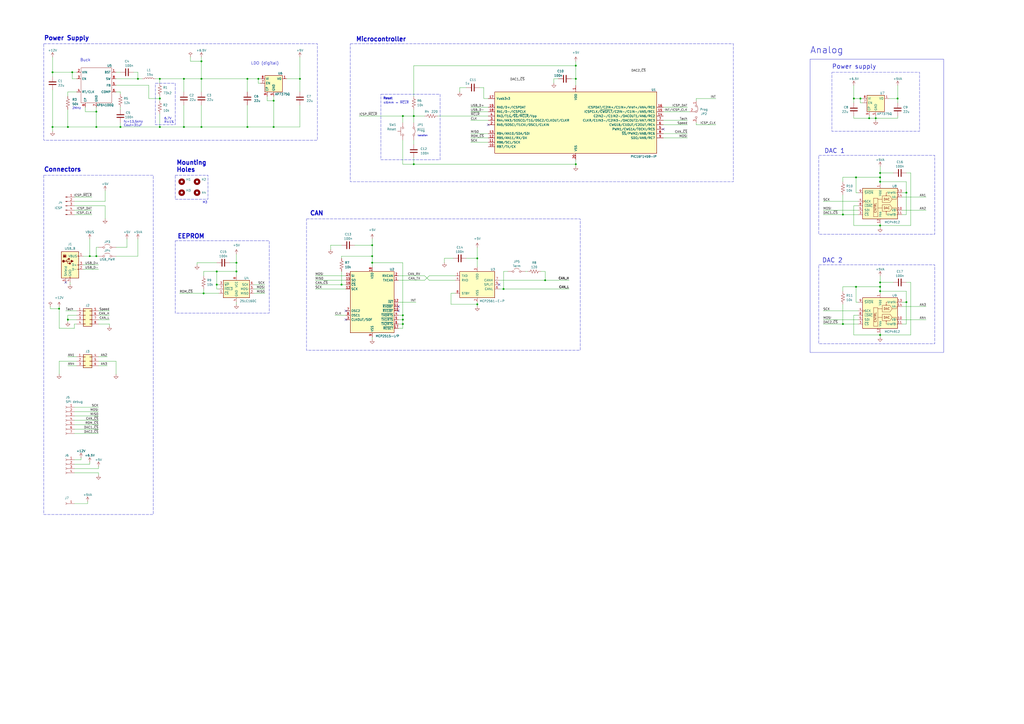
<source format=kicad_sch>
(kicad_sch (version 20250114) (generator "eeschema") (generator_version "9.0")
  (paper "A2")
  (title_block (title "CAN Gauge Interface") (date "2025-09-19") (rev "0.1") (company "Sam Anthony"))
  (rectangle (start 482.6 41.91) (end 533.4 76.2) (stroke (width 0) (type dash)))
  (rectangle (start 25.4 25.4) (end 184.15 81.28) (stroke (width 0) (type dash)))
  (rectangle (start 101.6 139.7) (end 156.21 181.61) (stroke (width 0) (type dash)))
  (rectangle (start 101.6 101.5999) (end 120.65 115.5699) (stroke (width 0) (type dash)))
  (rectangle (start 90.17 48.26) (end 101.6 72.39) (stroke (width 0) (type dash)))
  (rectangle (start 220.98 54.61) (end 255.27 92.71) (stroke (width 0) (type dash)))
  (rectangle (start 474.98 153.67) (end 542.29 199.39) (stroke (width 0) (type dash)))
  (rectangle (start 177.8 127) (end 336.55 203.2) (stroke (width 0) (type dash)))
  (rectangle (start 25.4 101.6) (end 88.9 298.45) (stroke (width 0) (type dash)))
  (rectangle (start 474.98 90.17) (end 542.29 135.89) (stroke (width 0) (type dash)))
  (rectangle (start 203.2 25.4) (end 425.45 105.41) (stroke (width 0) (type dash)))
  (rectangle (start 469.9 34.29) (end 547.37 204.47))
  (text "Connectors" (at 25.4 98.425 0) (effects (font (size 2.54 2.54) (thickness 0.508) (bold yes)) (justify left)))
  (text "Power Supply" (at 25.4 22.225 0) (effects (font (size 2.54 2.54) (thickness 0.508) (bold yes)) (justify left)))
  (text "LDO (digital)" (at 153.67 36.83 0) (effects (font (size 1.651 1.651))))
  (text "CAN" (at 179.705 123.825 0) (effects (font (size 2.54 2.54) (thickness 0.508) (bold yes)) (justify left)))
  (text "2MHz\n" (at 44.45 62.865 0) (effects (font (size 1.27 1.27))))
  (text "6.7V\nR±1%" (at 95.25 69.85 0) (effects (font (size 1.27 1.27)) (justify left)))
  (text "Reset" (at 222.25 57.15 0) (effects (font (size 1.27 1.27) (thickness 0.254) (bold yes)) (justify left)))
  (text "fc=13.5kHz\nCout=31uF" (at 71.755 71.755 0) (effects (font (size 1.27 1.27)) (justify left)))
  (text "Mounting\nHoles" (at 102.235 96.5199 0) (effects (font (size 2.54 2.54) (thickness 0.508) (bold yes)) (justify left)))
  (text "Power supply" (at 482.6 38.735 0) (effects (font (size 2.54 2.54) (thickness 0.254) (bold yes)) (justify left)))
  (text "M3\n" (at 117.475 117.4749 0) (effects (font (size 1.27 1.27)) (justify left)))
  (text "EEPROM" (at 102.87 137.16 0) (effects (font (size 2.54 2.54) (thickness 0.508) (bold yes)) (justify left)))
  (text "≤6mm ↔ ~{MCLR}" (at 222.25 59.69 0) (effects (font (size 1.27 1.27)) (justify left)))
  (text "DAC 1" (at 478.155 87.63 0) (effects (font (size 2.54 2.54) (thickness 0.254) (bold yes)) (justify left)))
  (text "Buck" (at 49.53 34.925 0) (effects (font (size 1.651 1.651))))
  (text "Microcontroller" (at 206.375 22.86 0) (effects (font (size 2.54 2.54) (thickness 0.508) (bold yes)) (justify left)))
  (text "Analog" (at 469.9 29.21 0) (effects (font (size 3.81 3.81) (thickness 0.254) (bold yes)) (justify left)))
  (text "Isolation" (at 245.11 78.74 0) (effects (font (size 0.889 0.889))))
  (text "DAC 2" (at 476.885 151.13 0) (effects (font (size 2.54 2.54) (thickness 0.254) (bold yes)) (justify left)))
  (junction (at 39.37 185.42))
  (junction (at 158.75 58.42))
  (junction (at 510.54 166.37))
  (junction (at 504.19 68.58))
  (junction (at 106.68 45.72))
  (junction (at 510.54 168.91))
  (junction (at 137.16 157.48))
  (junction (at 510.54 100.33))
  (junction (at 55.88 73.66))
  (junction (at 116.84 73.66))
  (junction (at 39.37 73.66))
  (junction (at 106.68 73.66))
  (junction (at 233.68 185.42))
  (junction (at 173.99 45.72))
  (junction (at 496.57 166.37))
  (junction (at 137.16 152.4))
  (junction (at 525.78 111.76))
  (junction (at 143.51 73.66))
  (junction (at 488.95 187.96))
  (junction (at 92.71 73.66))
  (junction (at 334.01 38.1))
  (junction (at 34.29 179.07))
  (junction (at 508 68.58))
  (junction (at 233.68 182.88))
  (junction (at 334.01 45.72))
  (junction (at 495.3 57.15))
  (junction (at 55.88 148.59))
  (junction (at 488.95 124.46))
  (junction (at 510.54 130.81))
  (junction (at 334.01 95.25))
  (junction (at 149.86 45.72))
  (junction (at 30.48 41.91))
  (junction (at 158.75 73.66))
  (junction (at 215.9 142.24))
  (junction (at 80.01 45.72))
  (junction (at 240.03 67.31))
  (junction (at 510.54 102.87))
  (junction (at 510.54 194.31))
  (junction (at 92.71 57.15))
  (junction (at 55.88 64.77))
  (junction (at 525.78 175.26))
  (junction (at 30.48 73.66))
  (junction (at 92.71 45.72))
  (junction (at 276.86 176.53))
  (junction (at 116.84 35.56))
  (junction (at 215.9 152.4))
  (junction (at 520.7 57.15))
  (junction (at 276.86 149.86))
  (junction (at 316.23 162.56))
  (junction (at 125.73 165.1))
  (junction (at 41.91 41.91))
  (junction (at 510.54 163.83))
  (junction (at 499.11 57.15))
  (junction (at 118.11 170.18))
  (junction (at 52.07 148.59))
  (junction (at 215.9 148.59))
  (junction (at 496.57 102.87))
  (junction (at 198.12 165.1))
  (junction (at 125.73 157.48))
  (junction (at 510.54 105.41))
  (junction (at 69.85 73.66))
  (junction (at 240.03 95.25))
  (junction (at 233.68 67.31))
  (junction (at 233.68 187.96))
  (junction (at 143.51 45.72))
  (junction (at 116.84 45.72))
  (junction (at 292.1 167.64))
  (no_connect (at 38.1 163.83))
  (no_connect (at 231.14 177.8))
  (no_connect (at 283.21 72.39))
  (no_connect (at 200.66 185.42))
  (no_connect (at 289.56 165.1))
  (no_connect (at 200.66 180.34))
  (no_connect (at 384.81 74.93))
  (no_connect (at 231.14 180.34))
  (wire (pts (xy 231.14 162.56) (xy 246.38 162.56)))
  (wire (pts (xy 240.03 95.25) (xy 240.03 91.44)))
  (wire (pts (xy 384.81 69.85) (xy 398.78 69.85)))
  (wire (pts (xy 499.11 57.15) (xy 495.3 57.15)))
  (wire (pts (xy 116.84 33.02) (xy 116.84 35.56)))
  (wire (pts (xy 215.9 142.24) (xy 215.9 148.59)))
  (wire (pts (xy 106.68 45.72) (xy 116.84 45.72)))
  (wire (pts (xy 158.75 58.42) (xy 158.75 73.66)))
  (wire (pts (xy 495.3 182.88) (xy 497.84 182.88)))
  (wire (pts (xy 292.1 157.48) (xy 294.64 157.48)))
  (wire (pts (xy 44.45 209.55) (xy 34.29 209.55)))
  (wire (pts (xy 233.68 187.96) (xy 233.68 185.42)))
  (wire (pts (xy 495.3 119.38) (xy 497.84 119.38)))
  (wire (pts (xy 240.03 38.1) (xy 334.01 38.1)))
  (wire (pts (xy 231.14 187.96) (xy 233.68 187.96)))
  (wire (pts (xy 44.45 41.91) (xy 41.91 41.91)))
  (wire (pts (xy 508 67.31) (xy 508 68.58)))
  (wire (pts (xy 289.56 167.64) (xy 292.1 167.64)))
  (wire (pts (xy 510.54 168.91) (xy 510.54 170.18)))
  (wire (pts (xy 215.9 195.58) (xy 215.9 196.85)))
  (wire (pts (xy 60.96 116.84) (xy 60.96 110.49)))
  (wire (pts (xy 67.31 53.34) (xy 69.85 53.34)))
  (wire (pts (xy 499.11 59.69) (xy 499.11 57.15)))
  (wire (pts (xy 80.01 45.72) (xy 82.55 45.72)))
  (wire (pts (xy 48.26 153.67) (xy 57.15 153.67)))
  (wire (pts (xy 127 165.1) (xy 125.73 165.1)))
  (wire (pts (xy 262.89 149.86) (xy 257.81 149.86)))
  (wire (pts (xy 496.57 175.26) (xy 496.57 166.37)))
  (wire (pts (xy 149.86 48.26) (xy 149.86 45.72)))
  (wire (pts (xy 488.95 187.96) (xy 497.84 187.96)))
  (wire (pts (xy 118.11 157.48) (xy 125.73 157.48)))
  (wire (pts (xy 92.71 73.66) (xy 106.68 73.66)))
  (wire (pts (xy 240.03 38.1) (xy 240.03 55.88)))
  (wire (pts (xy 523.24 124.46) (xy 525.78 124.46)))
  (wire (pts (xy 44.45 53.34) (xy 39.37 53.34)))
  (wire (pts (xy 477.52 180.34) (xy 497.84 180.34)))
  (wire (pts (xy 510.54 193.04) (xy 510.54 194.31)))
  (wire (pts (xy 233.68 185.42) (xy 233.68 182.88)))
  (wire (pts (xy 510.54 194.31) (xy 510.54 195.58)))
  (wire (pts (xy 525.78 168.91) (xy 510.54 168.91)))
  (wire (pts (xy 384.81 64.77) (xy 400.05 64.77)))
  (wire (pts (xy 69.85 53.34) (xy 69.85 54.61)))
  (wire (pts (xy 499.11 57.15) (xy 500.38 57.15)))
  (wire (pts (xy 34.29 190.5) (xy 34.29 179.07)))
  (wire (pts (xy 149.86 45.72) (xy 151.13 45.72)))
  (wire (pts (xy 198.12 165.1) (xy 198.12 157.48)))
  (wire (pts (xy 57.15 209.55) (xy 67.31 209.55)))
  (wire (pts (xy 52.07 269.24) (xy 52.07 267.97)))
  (wire (pts (xy 39.37 185.42) (xy 39.37 186.69)))
  (wire (pts (xy 116.84 45.72) (xy 143.51 45.72)))
  (wire (pts (xy 43.18 243.84) (xy 57.15 243.84)))
  (wire (pts (xy 57.15 182.88) (xy 63.5 182.88)))
  (wire (pts (xy 273.05 82.55) (xy 283.21 82.55)))
  (wire (pts (xy 495.3 130.81) (xy 510.54 130.81)))
  (wire (pts (xy 523.24 177.8) (xy 537.21 177.8)))
  (wire (pts (xy 151.13 48.26) (xy 149.86 48.26)))
  (wire (pts (xy 528.32 130.81) (xy 510.54 130.81)))
  (wire (pts (xy 182.88 165.1) (xy 198.12 165.1)))
  (wire (pts (xy 43.18 246.38) (xy 57.15 246.38)))
  (wire (pts (xy 403.86 71.12) (xy 403.86 72.39)))
  (wire (pts (xy 154.94 55.88) (xy 154.94 58.42)))
  (wire (pts (xy 497.84 111.76) (xy 496.57 111.76)))
  (wire (pts (xy 158.75 73.66) (xy 143.51 73.66)))
  (wire (pts (xy 523.24 114.3) (xy 537.21 114.3)))
  (wire (pts (xy 55.88 148.59) (xy 57.15 148.59)))
  (wire (pts (xy 30.48 41.91) (xy 30.48 44.45)))
  (wire (pts (xy 273.05 69.85) (xy 283.21 69.85)))
  (wire (pts (xy 182.88 160.02) (xy 200.66 160.02)))
  (wire (pts (xy 525.78 105.41) (xy 525.78 111.76)))
  (wire (pts (xy 384.81 62.23) (xy 398.78 62.23)))
  (wire (pts (xy 496.57 102.87) (xy 510.54 102.87)))
  (wire (pts (xy 496.57 111.76) (xy 496.57 102.87)))
  (wire (pts (xy 49.53 62.23) (xy 49.53 64.77)))
  (wire (pts (xy 525.78 168.91) (xy 525.78 175.26)))
  (wire (pts (xy 194.31 182.88) (xy 200.66 182.88)))
  (wire (pts (xy 46.99 266.7) (xy 46.99 265.43)))
  (wire (pts (xy 477.52 185.42) (xy 497.84 185.42)))
  (wire (pts (xy 39.37 53.34) (xy 39.37 55.88)))
  (wire (pts (xy 92.71 66.04) (xy 92.71 73.66)))
  (wire (pts (xy 118.11 160.02) (xy 118.11 157.48)))
  (wire (pts (xy 334.01 45.72) (xy 331.47 45.72)))
  (wire (pts (xy 57.15 185.42) (xy 63.5 185.42)))
  (wire (pts (xy 334.01 49.53) (xy 334.01 45.72)))
  (wire (pts (xy 215.9 148.59) (xy 215.9 152.4)))
  (wire (pts (xy 143.51 45.72) (xy 143.51 53.34)))
  (wire (pts (xy 208.28 67.31) (xy 233.68 67.31)))
  (wire (pts (xy 403.86 58.42) (xy 403.86 57.15)))
  (wire (pts (xy 510.54 163.83) (xy 510.54 166.37)))
  (wire (pts (xy 495.3 130.81) (xy 495.3 119.38)))
  (wire (pts (xy 523.24 185.42) (xy 537.21 185.42)))
  (wire (pts (xy 39.37 63.5) (xy 39.37 73.66)))
  (wire (pts (xy 50.8 292.1) (xy 50.8 290.83)))
  (wire (pts (xy 43.18 114.3) (xy 53.34 114.3)))
  (wire (pts (xy 191.77 142.24) (xy 191.77 144.78)))
  (wire (pts (xy 92.71 45.72) (xy 92.71 48.26)))
  (wire (pts (xy 57.15 187.96) (xy 63.5 187.96)))
  (wire (pts (xy 39.37 185.42) (xy 44.45 185.42)))
  (wire (pts (xy 510.54 160.02) (xy 510.54 163.83)))
  (wire (pts (xy 528.32 163.83) (xy 528.32 194.31)))
  (wire (pts (xy 60.96 119.38) (xy 60.96 127)))
  (wire (pts (xy 283.21 57.15) (xy 280.67 57.15)))
  (wire (pts (xy 528.32 100.33) (xy 528.32 130.81)))
  (wire (pts (xy 173.99 45.72) (xy 173.99 53.34)))
  (wire (pts (xy 125.73 167.64) (xy 125.73 165.1)))
  (wire (pts (xy 525.78 105.41) (xy 510.54 105.41)))
  (wire (pts (xy 44.45 182.88) (xy 39.37 182.88)))
  (wire (pts (xy 495.3 67.31) (xy 495.3 68.58)))
  (wire (pts (xy 57.15 274.32) (xy 57.15 275.59)))
  (wire (pts (xy 125.73 157.48) (xy 137.16 157.48)))
  (wire (pts (xy 55.88 143.51) (xy 57.15 143.51)))
  (wire (pts (xy 118.11 170.18) (xy 118.11 167.64)))
  (wire (pts (xy 67.31 209.55) (xy 67.31 217.17)))
  (wire (pts (xy 137.16 152.4) (xy 137.16 157.48)))
  (wire (pts (xy 147.32 170.18) (xy 153.67 170.18)))
  (wire (pts (xy 106.68 73.66) (xy 116.84 73.66)))
  (wire (pts (xy 280.67 50.8) (xy 278.13 50.8)))
  (wire (pts (xy 520.7 68.58) (xy 520.7 67.31)))
  (wire (pts (xy 116.84 60.96) (xy 116.84 73.66)))
  (wire (pts (xy 55.88 62.23) (xy 55.88 64.77)))
  (wire (pts (xy 270.51 149.86) (xy 276.86 149.86)))
  (wire (pts (xy 384.81 80.01) (xy 398.78 80.01)))
  (wire (pts (xy 41.91 45.72) (xy 41.91 41.91)))
  (wire (pts (xy 198.12 149.86) (xy 198.12 148.59)))
  (wire (pts (xy 280.67 57.15) (xy 280.67 50.8)))
  (wire (pts (xy 403.86 57.15) (xy 415.29 57.15)))
  (wire (pts (xy 266.7 50.8) (xy 266.7 53.34)))
  (wire (pts (xy 57.15 212.09) (xy 62.23 212.09)))
  (wire (pts (xy 30.48 73.66) (xy 30.48 76.2)))
  (wire (pts (xy 488.95 102.87) (xy 496.57 102.87)))
  (wire (pts (xy 520.7 57.15) (xy 515.62 57.15)))
  (wire (pts (xy 154.94 58.42) (xy 158.75 58.42)))
  (wire (pts (xy 44.45 187.96) (xy 43.18 187.96)))
  (wire (pts (xy 257.81 149.86) (xy 257.81 152.4)))
  (wire (pts (xy 316.23 157.48) (xy 316.23 162.56)))
  (wire (pts (xy 39.37 207.01) (xy 44.45 207.01)))
  (wire (pts (xy 43.18 271.78) (xy 57.15 271.78)))
  (wire (pts (xy 495.3 57.15) (xy 495.3 49.53)))
  (wire (pts (xy 384.81 72.39) (xy 398.78 72.39)))
  (wire (pts (xy 63.5 187.96) (xy 63.5 189.23)))
  (wire (pts (xy 233.68 67.31) (xy 233.68 71.12)))
  (wire (pts (xy 92.71 57.15) (xy 86.36 57.15)))
  (wire (pts (xy 233.68 152.4) (xy 233.68 182.88)))
  (wire (pts (xy 92.71 45.72) (xy 106.68 45.72)))
  (wire (pts (xy 43.18 251.46) (xy 57.15 251.46)))
  (wire (pts (xy 240.03 81.28) (xy 240.03 83.82)))
  (wire (pts (xy 504.19 68.58) (xy 508 68.58)))
  (wire (pts (xy 233.68 152.4) (xy 215.9 152.4)))
  (wire (pts (xy 86.36 49.53) (xy 67.31 49.53)))
  (wire (pts (xy 510.54 105.41) (xy 510.54 106.68)))
  (wire (pts (xy 273.05 77.47) (xy 283.21 77.47)))
  (wire (pts (xy 158.75 55.88) (xy 158.75 58.42)))
  (wire (pts (xy 200.66 165.1) (xy 198.12 165.1)))
  (wire (pts (xy 30.48 33.02) (xy 30.48 41.91)))
  (wire (pts (xy 316.23 162.56) (xy 330.2 162.56)))
  (wire (pts (xy 233.68 67.31) (xy 240.03 67.31)))
  (wire (pts (xy 528.32 194.31) (xy 510.54 194.31)))
  (wire (pts (xy 198.12 148.59) (xy 215.9 148.59)))
  (wire (pts (xy 29.21 177.8) (xy 29.21 179.07)))
  (wire (pts (xy 92.71 57.15) (xy 92.71 58.42)))
  (wire (pts (xy 173.99 73.66) (xy 158.75 73.66)))
  (wire (pts (xy 525.78 175.26) (xy 525.78 187.96)))
  (wire (pts (xy 510.54 96.52) (xy 510.54 100.33)))
  (wire (pts (xy 231.14 190.5) (xy 233.68 190.5)))
  (wire (pts (xy 29.21 179.07) (xy 34.29 179.07)))
  (wire (pts (xy 304.8 157.48) (xy 306.07 157.48)))
  (wire (pts (xy 104.14 170.18) (xy 118.11 170.18)))
  (wire (pts (xy 495.3 194.31) (xy 510.54 194.31)))
  (wire (pts (xy 270.51 50.8) (xy 266.7 50.8)))
  (wire (pts (xy 334.01 95.25) (xy 334.01 96.52)))
  (wire (pts (xy 55.88 73.66) (xy 39.37 73.66)))
  (wire (pts (xy 510.54 100.33) (xy 518.16 100.33)))
  (wire (pts (xy 43.18 241.3) (xy 57.15 241.3)))
  (wire (pts (xy 43.18 238.76) (xy 57.15 238.76)))
  (wire (pts (xy 510.54 166.37) (xy 510.54 168.91)))
  (wire (pts (xy 488.95 168.91) (xy 488.95 166.37)))
  (wire (pts (xy 500.38 59.69) (xy 499.11 59.69)))
  (wire (pts (xy 43.18 187.96) (xy 43.18 190.5)))
  (wire (pts (xy 55.88 148.59) (xy 55.88 143.51)))
  (wire (pts (xy 116.84 35.56) (xy 116.84 45.72)))
  (wire (pts (xy 57.15 180.34) (xy 63.5 180.34)))
  (wire (pts (xy 67.31 148.59) (xy 80.01 148.59)))
  (wire (pts (xy 254 67.31) (xy 283.21 67.31)))
  (wire (pts (xy 43.18 190.5) (xy 34.29 190.5)))
  (wire (pts (xy 106.68 45.72) (xy 106.68 53.34)))
  (wire (pts (xy 523.24 175.26) (xy 525.78 175.26)))
  (wire (pts (xy 48.26 148.59) (xy 52.07 148.59)))
  (wire (pts (xy 233.68 81.28) (xy 233.68 95.25)))
  (wire (pts (xy 92.71 73.66) (xy 69.85 73.66)))
  (wire (pts (xy 52.07 148.59) (xy 55.88 148.59)))
  (wire (pts (xy 488.95 166.37) (xy 496.57 166.37)))
  (wire (pts (xy 273.05 64.77) (xy 283.21 64.77)))
  (wire (pts (xy 488.95 124.46) (xy 497.84 124.46)))
  (wire (pts (xy 520.7 49.53) (xy 520.7 57.15)))
  (wire (pts (xy 69.85 62.23) (xy 69.85 63.5)))
  (wire (pts (xy 147.32 167.64) (xy 153.67 167.64)))
  (wire (pts (xy 510.54 102.87) (xy 510.54 105.41)))
  (wire (pts (xy 57.15 207.01) (xy 62.23 207.01)))
  (wire (pts (xy 384.81 77.47) (xy 398.78 77.47)))
  (wire (pts (xy 173.99 33.02) (xy 173.99 45.72)))
  (wire (pts (xy 44.45 45.72) (xy 41.91 45.72)))
  (wire (pts (xy 496.57 166.37) (xy 510.54 166.37)))
  (wire (pts (xy 276.86 176.53) (xy 276.86 177.8)))
  (wire (pts (xy 77.47 41.91) (xy 80.01 41.91)))
  (wire (pts (xy 248.92 160.02) (xy 246.38 162.56)))
  (wire (pts (xy 43.18 269.24) (xy 52.07 269.24)))
  (wire (pts (xy 57.15 271.78) (xy 57.15 270.51)))
  (wire (pts (xy 90.17 45.72) (xy 92.71 45.72)))
  (wire (pts (xy 39.37 182.88) (xy 39.37 185.42)))
  (wire (pts (xy 495.3 68.58) (xy 504.19 68.58)))
  (wire (pts (xy 488.95 113.03) (xy 488.95 124.46)))
  (wire (pts (xy 321.31 45.72) (xy 323.85 45.72)))
  (wire (pts (xy 137.16 175.26) (xy 137.16 176.53)))
  (wire (pts (xy 34.29 209.55) (xy 34.29 217.17)))
  (wire (pts (xy 38.1 180.34) (xy 44.45 180.34)))
  (wire (pts (xy 231.14 182.88) (xy 233.68 182.88)))
  (wire (pts (xy 495.3 57.15) (xy 495.3 59.69)))
  (wire (pts (xy 137.16 157.48) (xy 137.16 160.02)))
  (wire (pts (xy 125.73 157.48) (xy 125.73 165.1)))
  (wire (pts (xy 510.54 130.81) (xy 510.54 132.08)))
  (wire (pts (xy 43.18 274.32) (xy 57.15 274.32)))
  (wire (pts (xy 313.69 157.48) (xy 316.23 157.48)))
  (wire (pts (xy 92.71 55.88) (xy 92.71 57.15)))
  (wire (pts (xy 334.01 92.71) (xy 334.01 95.25)))
  (wire (pts (xy 116.84 45.72) (xy 116.84 53.34)))
  (wire (pts (xy 477.52 187.96) (xy 488.95 187.96)))
  (wire (pts (xy 276.86 175.26) (xy 276.86 176.53)))
  (wire (pts (xy 67.31 45.72) (xy 80.01 45.72)))
  (wire (pts (xy 43.18 248.92) (xy 57.15 248.92)))
  (wire (pts (xy 173.99 60.96) (xy 173.99 73.66)))
  (wire (pts (xy 495.3 194.31) (xy 495.3 182.88)))
  (wire (pts (xy 403.86 72.39) (xy 415.29 72.39)))
  (wire (pts (xy 292.1 167.64) (xy 292.1 157.48)))
  (wire (pts (xy 80.01 41.91) (xy 80.01 45.72)))
  (wire (pts (xy 182.88 167.64) (xy 200.66 167.64)))
  (wire (pts (xy 43.18 292.1) (xy 50.8 292.1)))
  (wire (pts (xy 143.51 73.66) (xy 116.84 73.66)))
  (wire (pts (xy 69.85 73.66) (xy 55.88 73.66)))
  (wire (pts (xy 133.35 152.4) (xy 137.16 152.4)))
  (wire (pts (xy 67.31 41.91) (xy 69.85 41.91)))
  (wire (pts (xy 137.16 147.32) (xy 137.16 152.4)))
  (wire (pts (xy 240.03 95.25) (xy 334.01 95.25)))
  (wire (pts (xy 69.85 71.12) (xy 69.85 73.66)))
  (wire (pts (xy 525.78 100.33) (xy 528.32 100.33)))
  (wire (pts (xy 198.12 142.24) (xy 191.77 142.24)))
  (wire (pts (xy 261.62 170.18) (xy 264.16 170.18)))
  (wire (pts (xy 49.53 64.77) (xy 55.88 64.77)))
  (wire (pts (xy 215.9 138.43) (xy 215.9 142.24)))
  (wire (pts (xy 510.54 100.33) (xy 510.54 102.87)))
  (wire (pts (xy 110.49 35.56) (xy 110.49 33.02)))
  (wire (pts (xy 43.18 116.84) (xy 60.96 116.84)))
  (wire (pts (xy 240.03 67.31) (xy 246.38 67.31)))
  (wire (pts (xy 523.24 111.76) (xy 525.78 111.76)))
  (wire (pts (xy 289.56 162.56) (xy 316.23 162.56)))
  (wire (pts (xy 48.26 156.21) (xy 57.15 156.21)))
  (wire (pts (xy 30.48 52.07) (xy 30.48 73.66)))
  (wire (pts (xy 73.66 143.51) (xy 73.66 138.43)))
  (wire (pts (xy 43.18 119.38) (xy 60.96 119.38)))
  (wire (pts (xy 52.07 138.43) (xy 52.07 148.59)))
  (wire (pts (xy 520.7 59.69) (xy 520.7 57.15)))
  (wire (pts (xy 240.03 67.31) (xy 240.03 71.12)))
  (wire (pts (xy 215.9 152.4) (xy 215.9 154.94)))
  (wire (pts (xy 233.68 95.25) (xy 240.03 95.25)))
  (wire (pts (xy 147.32 165.1) (xy 153.67 165.1)))
  (wire (pts (xy 106.68 60.96) (xy 106.68 73.66)))
  (wire (pts (xy 261.62 176.53) (xy 261.62 170.18)))
  (wire (pts (xy 34.29 179.07) (xy 34.29 177.8)))
  (wire (pts (xy 41.91 41.91) (xy 30.48 41.91)))
  (wire (pts (xy 43.18 124.46) (xy 53.34 124.46)))
  (wire (pts (xy 40.64 163.83) (xy 40.64 165.1)))
  (wire (pts (xy 127 167.64) (xy 125.73 167.64)))
  (wire (pts (xy 523.24 121.92) (xy 537.21 121.92)))
  (wire (pts (xy 205.74 142.24) (xy 215.9 142.24)))
  (wire (pts (xy 508 68.58) (xy 520.7 68.58)))
  (wire (pts (xy 231.14 160.02) (xy 246.38 160.02)))
  (wire (pts (xy 488.95 105.41) (xy 488.95 102.87)))
  (wire (pts (xy 488.95 176.53) (xy 488.95 187.96)))
  (wire (pts (xy 143.51 60.96) (xy 143.51 73.66)))
  (wire (pts (xy 276.86 176.53) (xy 261.62 176.53)))
  (wire (pts (xy 321.31 48.26) (xy 321.31 45.72)))
  (wire (pts (xy 523.24 187.96) (xy 525.78 187.96)))
  (wire (pts (xy 67.31 143.51) (xy 73.66 143.51)))
  (wire (pts (xy 43.18 236.22) (xy 57.15 236.22)))
  (wire (pts (xy 477.52 124.46) (xy 488.95 124.46)))
  (wire (pts (xy 149.86 45.72) (xy 143.51 45.72)))
  (wire (pts (xy 114.3 152.4) (xy 114.3 153.67)))
  (wire (pts (xy 504.19 67.31) (xy 504.19 68.58)))
  (wire (pts (xy 86.36 57.15) (xy 86.36 49.53)))
  (wire (pts (xy 114.3 152.4) (xy 125.73 152.4)))
  (wire (pts (xy 497.84 175.26) (xy 496.57 175.26)))
  (wire (pts (xy 273.05 80.01) (xy 283.21 80.01)))
  (wire (pts (xy 508 68.58) (xy 508 69.85)))
  (wire (pts (xy 334.01 38.1) (xy 334.01 45.72)))
  (wire (pts (xy 116.84 35.56) (xy 110.49 35.56)))
  (wire (pts (xy 276.86 143.51) (xy 276.86 149.86)))
  (wire (pts (xy 127 170.18) (xy 118.11 170.18)))
  (wire (pts (xy 233.68 190.5) (xy 233.68 187.96)))
  (wire (pts (xy 39.37 73.66) (xy 30.48 73.66)))
  (wire (pts (xy 525.78 163.83) (xy 528.32 163.83)))
  (wire (pts (xy 510.54 163.83) (xy 518.16 163.83)))
  (wire (pts (xy 477.52 121.92) (xy 497.84 121.92)))
  (wire (pts (xy 334.01 35.56) (xy 334.01 38.1)))
  (wire (pts (xy 292.1 167.64) (xy 330.2 167.64)))
  (wire (pts (xy 231.14 175.26) (xy 241.3 175.26)))
  (wire (pts (xy 39.37 212.09) (xy 44.45 212.09)))
  (wire (pts (xy 166.37 45.72) (xy 173.99 45.72)))
  (wire (pts (xy 231.14 185.42) (xy 233.68 185.42)))
  (wire (pts (xy 510.54 129.54) (xy 510.54 130.81)))
  (wire (pts (xy 273.05 62.23) (xy 283.21 62.23)))
  (wire (pts (xy 248.92 162.56) (xy 264.16 162.56)))
  (wire (pts (xy 477.52 116.84) (xy 497.84 116.84)))
  (wire (pts (xy 55.88 64.77) (xy 55.88 73.66)))
  (wire (pts (xy 182.88 162.56) (xy 200.66 162.56)))
  (wire (pts (xy 248.92 160.02) (xy 264.16 160.02)))
  (wire (pts (xy 246.38 160.02) (xy 248.92 162.56)))
  (wire (pts (xy 43.18 266.7) (xy 46.99 266.7)))
  (wire (pts (xy 525.78 111.76) (xy 525.78 124.46)))
  (wire (pts (xy 240.03 63.5) (xy 240.03 67.31)))
  (wire (pts (xy 43.18 121.92) (xy 53.34 121.92)))
  (wire (pts (xy 80.01 148.59) (xy 80.01 138.43)))
  (wire (pts (xy 276.86 149.86) (xy 276.86 154.94)))
  (label "DAC1_~{CS}" (at 477.52 124.46 0))
  (label "MISO" (at 57.15 241.3 180))
  (label "CAN_H" (at 330.2 162.56 180) (effects (font (thickness 0.254) (bold yes))))
  (label "SCK" (at 153.67 165.1 180) (effects (font (thickness 0.1588))))
  (label "Speed" (at 63.5 180.34 180) (effects (font (thickness 0.1588))))
  (label "CLK" (at 273.05 69.85 0))
  (label "MOSI" (at 398.78 80.01 180) (effects (font (thickness 0.1588))))
  (label "ICSP_DAT" (at 398.78 62.23 180))
  (label "CAN_L" (at 63.5 185.42 180))
  (label "ROM_~{CS}" (at 104.14 170.18 0) (effects (font (thickness 0.1588))))
  (label "MOSI" (at 182.88 160.02 0) (effects (font (thickness 0.1588))))
  (label "DAC1_~{CS}" (at 295.91 46.99 0))
  (label "AN3" (at 62.23 212.09 180) (effects (font (thickness 0.1588))))
  (label "Speed" (at 398.78 72.39 180))
  (label "AN1" (at 537.21 114.3 180))
  (label "CAN_~{CS}" (at 398.78 77.47 180))
  (label "CAN_~{CS}" (at 57.15 243.84 180))
  (label "INT" (at 415.29 57.15 180))
  (label "CLK" (at 194.31 182.88 0))
  (label "MISO" (at 153.67 170.18 180) (effects (font (thickness 0.1588))))
  (label "INT" (at 241.3 175.26 180) (effects (font (thickness 0.1588))))
  (label "MOSI" (at 153.67 167.64 180) (effects (font (thickness 0.1588))))
  (label "ICSP_CLK" (at 53.34 124.46 180))
  (label "AN2" (at 62.23 207.01 180) (effects (font (thickness 0.1588))))
  (label "SCK" (at 273.05 82.55 0) (effects (font (thickness 0.1588))))
  (label "Tach" (at 38.1 180.34 0) (effects (font (thickness 0.1588))))
  (label "CAN_~{CS}" (at 182.88 165.1 0) (effects (font (thickness 0.1588))))
  (label "ICSP_CLK" (at 415.29 72.39 180))
  (label "USB_D+" (at 273.05 62.23 0))
  (label "SCK" (at 477.52 180.34 0) (effects (font (thickness 0.1588))))
  (label "ROM_~{CS}" (at 57.15 246.38 180))
  (label "AN1" (at 39.37 207.01 0) (effects (font (thickness 0.1588))))
  (label "DAC2_~{CS}" (at 374.65 41.91 180))
  (label "USB_D-" (at 273.05 64.77 0))
  (label "INT{slash}ICSP_CLK" (at 398.78 64.77 180))
  (label "SCK" (at 57.15 236.22 180))
  (label "AN4" (at 39.37 212.09 0) (effects (font (thickness 0.1588))))
  (label "MOSI" (at 477.52 121.92 0))
  (label "AN4" (at 537.21 185.42 180))
  (label "MISO" (at 182.88 162.56 0) (effects (font (thickness 0.1588))))
  (label "DAC1_~{CS}" (at 57.15 248.92 180))
  (label "MOSI" (at 57.15 238.76 180))
  (label "~{MCLR}" (at 273.05 67.31 0))
  (label "AN3" (at 537.21 177.8 180))
  (label "DAC2_~{CS}" (at 57.15 251.46 180))
  (label "USB_D-" (at 57.15 156.21 180))
  (label "AN2" (at 537.21 121.92 180))
  (label "USB_D+" (at 57.15 153.67 180))
  (label "SCK" (at 182.88 167.64 0) (effects (font (thickness 0.1588))))
  (label "Tach" (at 398.78 69.85 180))
  (label "ROM_~{CS}" (at 273.05 80.01 0))
  (label "ICSP_DAT" (at 53.34 121.92 180))
  (label "CAN_RX" (at 243.84 160.02 180))
  (label "ICSP_~{MCLR}" (at 53.34 114.3 180))
  (label "MISO" (at 273.05 77.47 0) (effects (font (thickness 0.1588))))
  (label "ICSP_~{MCLR}" (at 208.28 67.31 0))
  (label "MOSI" (at 477.52 185.42 0))
  (label "CAN_L" (at 330.2 167.64 180) (effects (font (thickness 0.254) (bold yes))))
  (label "SCK" (at 477.52 116.84 0) (effects (font (thickness 0.1588))))
  (label "DAC2_~{CS}" (at 477.52 187.96 0))
  (label "CAN_TX" (at 243.84 162.56 180))
  (label "CAN_H" (at 63.5 182.88 180) (effects (font (thickness 0.1588))))
  (symbol (lib_id "power:GND") (at 215.9 196.85 0) (unit 1)
    (property "Reference" "#PWR028" (effects (hide yes)))
    (property "Value" "GND" (effects (hide yes)))
    (property "Description" "Power symbol creates a global label with name \"GND\" , ground" (effects (hide yes)))
  )
  (symbol (lib_id "Connector:USB_B") (at 40.64 153.67 0) (unit 1)
    (property "Reference" "J1" (at 40.64 141.605 0))
    (property "Value" "USB_B" (at 40.64 144.145 0))
    (property "Footprint" "Connector_USB:USB_B_OST_USB-B1HSxx_Horizontal" (effects (hide yes)))
    (property "Description" "USB Type B connector" (effects (hide yes)))
  )
  (symbol (lib_id "power:GND") (at 57.15 275.59 0) (unit 1)
    (property "Reference" "#PWR039" (effects (hide yes)))
    (property "Value" "GND" (effects (hide yes)))
    (property "Description" "Power symbol creates a global label with name \"GND\" , ground" (effects (hide yes)))
  )
  (symbol (lib_id "Device:C") (at 173.99 57.15 0) (unit 1)
    (property "Reference" "C7" (at 177.8 55.8799 0) (effects (justify left)))
    (property "Value" "22u" (at 177.8 58.4199 0) (effects (justify left)))
    (property "Footprint" "Capacitor_SMD:C_1206_3216Metric_Pad1.33x1.80mm_HandSolder" (effects (hide yes)))
    (property "Description" "Unpolarized capacitor" (effects (hide yes)))
  )
  (symbol (lib_id "power:+12V") (at 34.29 177.8 0) (unit 1)
    (property "Reference" "#PWR029" (effects (hide yes)))
    (property "Value" "+12V" (at 34.29 172.72 0))
    (property "Description" "Power symbol creates a global label with name \"+12V\"" (effects (hide yes)))
  )
  (symbol (lib_id "power:GND") (at 63.5 189.23 0) (unit 1)
    (property "Reference" "#PWR033" (effects (hide yes)))
    (property "Value" "GND" (effects (hide yes)))
    (property "Description" "Power symbol creates a global label with name \"GND\" , ground" (effects (hide yes)))
  )
  (symbol (lib_id "Device:C") (at 129.54 152.4 90) (unit 1)
    (property "Reference" "C15" (at 129.54 146.05 90))
    (property "Value" "100n" (at 129.54 148.59 90))
    (property "Footprint" "Capacitor_THT:C_Disc_D5.0mm_W2.5mm_P2.50mm" (effects (hide yes)))
    (property "Description" "Unpolarized capacitor" (effects (hide yes)))
  )
  (symbol (lib_id "Jumper:Jumper_2_Bridged") (at 240.03 76.2 270) (mirror x) (unit 1)
    (property "Reference" "JP1" (at 241.935 72.39 90) (effects (justify left)))
    (property "Value" "~{Prog}" (at 241.935 75.565 90) (effects (justify left)))
    (property "Footprint" "Connector_PinSocket_2.54mm:PinSocket_1x02_P2.54mm_Vertical" (effects (hide yes)))
    (property "Description" "Jumper, 2-pole, closed/bridged" (effects (hide yes)))
  )
  (symbol (lib_id "Device:C") (at 266.7 149.86 90) (unit 1)
    (property "Reference" "C14" (at 266.7 143.51 90))
    (property "Value" "100n" (at 266.7 146.05 90))
    (property "Footprint" "Capacitor_THT:C_Disc_D5.0mm_W2.5mm_P2.50mm" (effects (hide yes)))
    (property "Description" "Unpolarized capacitor" (effects (hide yes)))
  )
  (symbol (lib_id "power:+5V") (at 173.99 33.02 0) (unit 1)
    (property "Reference" "#PWR06" (effects (hide yes)))
    (property "Value" "+5V" (at 173.99 29.21 0))
    (property "Description" "Power symbol creates a global label with name \"+5V\"" (effects (hide yes)))
  )
  (symbol (lib_id "Device:C") (at 106.68 57.15 180) (unit 1)
    (property "Reference" "C2" (at 111.125 55.245 0))
    (property "Value" "22u" (at 111.76 57.785 0))
    (property "Footprint" "Capacitor_SMD:C_1206_3216Metric_Pad1.33x1.80mm_HandSolder" (effects (hide yes)))
    (property "Description" "Unpolarized capacitor" (effects (hide yes)))
  )
  (symbol (lib_id "Device:C") (at 30.48 48.26 0) (unit 1)
    (property "Reference" "C1" (at 34.925 46.99 0))
    (property "Value" "22u" (at 35.56 49.53 0))
    (property "Footprint" "Capacitor_SMD:C_1206_3216Metric_Pad1.33x1.80mm_HandSolder" (effects (hide yes)))
    (property "Description" "Unpolarized capacitor" (effects (hide yes)))
  )
  (symbol (lib_id "Device:C") (at 495.3 63.5 0) (unit 1)
    (property "Reference" "C8" (at 492.125 62.23 0) (effects (justify right)))
    (property "Value" "22u" (at 492.125 64.77 0) (effects (justify right)))
    (property "Footprint" "Capacitor_SMD:C_1206_3216Metric_Pad1.33x1.80mm_HandSolder" (effects (hide yes)))
    (property "Description" "Unpolarized capacitor" (effects (hide yes)))
  )
  (symbol (lib_id "Memory_EEPROM:25LCxxx") (at 137.16 167.64 0) (unit 1)
    (property "Reference" "U4" (at 141.605 161.29 0) (effects (justify left)))
    (property "Value" "25LC160C" (at 139.065 174.625 0) (effects (justify left)))
    (property "Footprint" "Package_DIP:DIP-8_W7.62mm" (effects (hide yes)))
    (property "Datasheet" "http://ww1.microchip.com/downloads/en/DeviceDoc/21832H.pdf" (effects (hide yes)))
    (property "Description" "SPI Serial EEPROM, DIP-8/SOIC-8/TSSOP-8" (effects (hide yes)))
  )
  (symbol (lib_id "Jumper:Jumper_3_Bridged12") (at 403.86 64.77 270) (unit 1) (in_bom no)
    (property "Reference" "JP2" (at 408.305 66.04 90))
    (property "Value" "Prog" (at 408.305 63.5 90))
    (property "Footprint" "Connector_PinSocket_2.54mm:PinSocket_1x03_P2.54mm_Vertical" (effects (hide yes)))
    (property "Description" "Jumper, 3-pole, pins 1+2 closed/bridged" (effects (hide yes)))
  )
  (symbol (lib_id "power:GND") (at 510.54 132.08 0) (unit 1)
    (property "Reference" "#PWR017" (effects (hide yes)))
    (property "Value" "GND" (effects (hide yes)))
    (property "Description" "Power symbol creates a global label with name \"GND\" , ground" (effects (hide yes)))
  )
  (symbol (lib_id "power:PWR_FLAG") (at 110.49 33.02 0) (unit 1)
    (property "Reference" "#FLG02" (effects (hide yes)))
    (property "Value" "+6.5V" (effects (hide yes)))
    (property "Description" "Special symbol for telling ERC where power comes from" (effects (hide yes)))
  )
  (symbol (lib_id "power:GND") (at 510.54 195.58 0) (unit 1)
    (property "Reference" "#PWR019" (effects (hide yes)))
    (property "Value" "GND" (effects (hide yes)))
    (property "Description" "Power symbol creates a global label with name \"GND\" , ground" (effects (hide yes)))
  )
  (symbol (lib_id "power:GND") (at 334.01 96.52 0) (unit 1)
    (property "Reference" "#PWR01" (effects (hide yes)))
    (property "Value" "GND" (effects (hide yes)))
    (property "Description" "Power symbol creates a global label with name \"GND\" , ground" (effects (hide yes)))
  )
  (symbol (lib_id "Device:R_US") (at 198.12 153.67 0) (unit 1)
    (property "Reference" "R7" (at 200.025 152.4 0) (effects (justify left)))
    (property "Value" "10k" (at 200.025 154.94 0) (effects (justify left)))
    (property "Footprint" "Resistor_THT:R_Axial_DIN0411_L9.9mm_D3.6mm_P12.70mm_Horizontal" (effects (hide yes)))
    (property "Description" "Resistor, US symbol" (effects (hide yes)))
  )
  (symbol (lib_id "Device:R_US") (at 118.11 163.83 0) (unit 1)
    (property "Reference" "R9" (at 120.015 162.56 0) (effects (justify left)))
    (property "Value" "10k" (at 120.015 165.1 0) (effects (justify left)))
    (property "Footprint" "Resistor_THT:R_Axial_DIN0411_L9.9mm_D3.6mm_P12.70mm_Horizontal" (effects (hide yes)))
    (property "Description" "Resistor, US symbol" (effects (hide yes)))
  )
  (symbol (lib_id "Mechanical:MountingHole") (at 105.41 105.4099 0) (unit 1) (exclude_from_sim yes) (in_bom no)
    (property "Reference" "H1" (at 107.95 104.1398 0) (effects (justify left)))
    (property "Value" "MountingHole" (effects (hide yes)))
    (property "Footprint" "MountingHole:MountingHole_3.2mm_M3_DIN965" (effects (hide yes)))
    (property "Description" "Mounting Hole without connection" (effects (hide yes)))
  )
  (symbol (lib_id "power:GND") (at 67.31 217.17 0) (unit 1)
    (property "Reference" "#PWR035" (effects (hide yes)))
    (property "Value" "GND" (effects (hide yes)))
    (property "Description" "Power symbol creates a global label with name \"GND\" , ground" (effects (hide yes)))
  )
  (symbol (lib_id "Connector:Conn_01x07_Socket") (at 38.1 243.84 0) (mirror y) (unit 1)
    (property "Reference" "J5" (at 38.1 230.505 0) (effects (justify right)))
    (property "Value" "SPI debug" (at 38.1 233.045 0) (effects (justify right)))
    (property "Footprint" "Connector_PinSocket_2.54mm:PinSocket_1x07_P2.54mm_Vertical" (effects (hide yes)))
    (property "Description" "Generic connector, single row, 01x07, script generated" (effects (hide yes)))
  )
  (symbol (lib_id "Jumper:Jumper_2_Open") (at 62.23 143.51 0) (unit 1)
    (property "Reference" "JP3" (at 62.23 140.335 0))
    (property "Value" "USB_PWR" (effects (hide yes)))
    (property "Footprint" "Connector_PinSocket_2.54mm:PinSocket_1x02_P2.54mm_Vertical" (effects (hide yes)))
    (property "Description" "Jumper, 2-pole, open" (effects (hide yes)))
  )
  (symbol (lib_id "symbols:AP64100") (at 55.88 49.53 0) (unit 1)
    (property "Reference" "U5" (at 63.5 38.1 0))
    (property "Value" "AP64100Q" (at 60.96 60.96 0))
    (property "Footprint" "Package_SO:Diodes_SO-8EP" (effects (hide yes)))
    (property "Datasheet" "https://www.diodes.com/assets/Datasheets/AP64100.pdf" (effects (hide yes)))
    (property "Description" "3.8V to40V input, 1A low IQ synchronous buck with adjustable frequency" (effects (hide yes)))
  )
  (symbol (lib_id "Device:C") (at 143.51 57.15 0) (unit 1)
    (property "Reference" "C6" (at 147.32 55.8799 0) (effects (justify left)))
    (property "Value" "22u" (at 147.32 58.4199 0) (effects (justify left)))
    (property "Footprint" "Capacitor_SMD:C_1206_3216Metric_Pad1.33x1.80mm_HandSolder" (effects (hide yes)))
    (property "Description" "Unpolarized capacitor" (effects (hide yes)))
  )
  (symbol (lib_id "Jumper:Jumper_2_Open") (at 62.23 148.59 0) (unit 1)
    (property "Reference" "JP4" (at 62.23 145.415 0))
    (property "Value" "USB_PWR" (at 62.23 150.495 0))
    (property "Footprint" "Connector_PinSocket_2.54mm:PinSocket_1x02_P2.54mm_Vertical" (effects (hide yes)))
    (property "Description" "Jumper, 2-pole, open" (effects (hide yes)))
  )
  (symbol (lib_id "Device:C") (at 201.93 142.24 90) (unit 1)
    (property "Reference" "C13" (at 201.93 135.89 90))
    (property "Value" "100n" (at 201.93 138.43 90))
    (property "Footprint" "Capacitor_THT:C_Disc_D5.0mm_W2.5mm_P2.50mm" (effects (hide yes)))
    (property "Description" "Unpolarized capacitor" (effects (hide yes)))
  )
  (symbol (lib_id "Connector:Conn_01x04_Socket") (at 38.1 269.24 0) (mirror y) (unit 1)
    (property "Reference" "J6" (at 38.735 264.16 0))
    (property "Value" "Conn_01x04_Socket" (effects (hide yes)))
    (property "Footprint" "Connector_PinSocket_2.54mm:PinSocket_1x04_P2.54mm_Vertical" (effects (hide yes)))
    (property "Description" "Generic connector, single row, 01x04, script generated" (effects (hide yes)))
  )
  (symbol (lib_id "Connector_Generic:Conn_02x04_Top_Bottom") (at 49.53 182.88 0) (unit 1)
    (property "Reference" "J2" (at 50.8 177.165 0))
    (property "Value" "Conn_02x04_Top_Bottom" (effects (hide yes)))
    (property "Footprint" "Connector_Molex:Molex_Mini-Fit_Jr_5569-08A2_2x04_P4.20mm_Horizontal" (effects (hide yes)))
    (property "Datasheet" "https://www.molex.com/en-us/products/part-detail/39300080?display=pdf" (effects (hide yes)))
    (property "Description" "Generic connector, double row, 02x04, top/bottom pin numbering scheme (row 1: 1...pins_per_row, row2: pins_per_row+1 ... num_pins), script generated (kicad-library-utils/schlib/autogen/connector/)" (effects (hide yes)))
  )
  (symbol (lib_id "Device:R_US") (at 69.85 58.42 180) (unit 1)
    (property "Reference" "R5" (at 73.025 57.15 0))
    (property "Value" "12k" (at 73.66 59.69 0))
    (property "Footprint" "Resistor_SMD:R_0805_2012Metric_Pad1.20x1.40mm_HandSolder" (effects (hide yes)))
    (property "Description" "Resistor, US symbol" (effects (hide yes)))
  )
  (symbol (lib_id "Device:C") (at 520.7 63.5 0) (unit 1)
    (property "Reference" "C9" (at 523.875 62.23 0) (effects (justify left)))
    (property "Value" "22u" (at 523.875 64.77 0) (effects (justify left)))
    (property "Footprint" "Capacitor_SMD:C_1206_3216Metric_Pad1.33x1.80mm_HandSolder" (effects (hide yes)))
    (property "Description" "Unpolarized capacitor" (effects (hide yes)))
  )
  (symbol (lib_id "Device:R_US") (at 39.37 59.69 0) (unit 1)
    (property "Reference" "R3" (at 41.91 57.7849 0) (effects (justify left)))
    (property "Value" "50k" (at 41.91 60.3249 0) (effects (justify left)))
    (property "Footprint" "Resistor_SMD:R_0805_2012Metric_Pad1.20x1.40mm_HandSolder" (effects (hide yes)))
    (property "Description" "Resistor, US symbol" (effects (hide yes)))
  )
  (symbol (lib_id "Device:C") (at 240.03 87.63 0) (unit 1)
    (property "Reference" "C12" (at 243.84 86.3599 0) (effects (justify left)))
    (property "Value" "100n" (at 243.84 88.8999 0) (effects (justify left)))
    (property "Footprint" "Capacitor_THT:C_Disc_D5.0mm_W2.5mm_P2.50mm" (effects (hide yes)))
    (property "Description" "Unpolarized capacitor" (effects (hide yes)))
  )
  (symbol (lib_id "Device:R_US") (at 92.71 62.23 180) (unit 1)
    (property "Reference" "R2" (at 95.885 60.96 0))
    (property "Value" "10k" (at 96.52 64.135 0))
    (property "Footprint" "Resistor_SMD:R_0805_2012Metric_Pad1.20x1.40mm_HandSolder" (effects (hide yes)))
    (property "Description" "Resistor, US symbol" (effects (hide yes)))
  )
  (symbol (lib_id "power:GND") (at 508 69.85 0) (unit 1)
    (property "Reference" "#PWR022" (effects (hide yes)))
    (property "Value" "GND" (effects (hide yes)))
    (property "Description" "Power symbol creates a global label with name \"GND\" , ground" (effects (hide yes)))
  )
  (symbol (lib_id "power:+5V") (at 73.66 138.43 0) (unit 1)
    (property "Reference" "#PWR032" (effects (hide yes)))
    (property "Value" "+5V" (at 73.66 134.62 0))
    (property "Description" "Power symbol creates a global label with name \"+5V\"" (effects (hide yes)))
  )
  (symbol (lib_id "Device:C") (at 521.97 163.83 90) (unit 1)
    (property "Reference" "C17" (at 521.97 157.48 90))
    (property "Value" "100n" (at 521.97 160.02 90))
    (property "Footprint" "Capacitor_THT:C_Disc_D5.0mm_W2.5mm_P2.50mm" (effects (hide yes)))
    (property "Description" "Unpolarized capacitor" (effects (hide yes)))
  )
  (symbol (lib_id "Analog_DAC:MCP4912") (at 510.54 116.84 0) (unit 1)
    (property "Reference" "U8" (at 517.525 107.95 0) (effects (justify left)))
    (property "Value" "MCP4912" (at 513.08 128.905 0) (effects (justify left)))
    (property "Footprint" "Package_DIP:DIP-14_W7.62mm" (effects (hide yes)))
    (property "Datasheet" "http://ww1.microchip.com/downloads/en/DeviceDoc/22250A.pdf" (effects (hide yes)))
    (property "Description" "2-Channel 10-Bit D/A Converters with SPI Interface" (effects (hide yes)))
  )
  (symbol (lib_id "Device:R_US") (at 250.19 67.31 90) (unit 1)
    (property "Reference" "R4" (at 247.65 64.77 90))
    (property "Value" "220" (at 252.095 64.77 90))
    (property "Footprint" "Resistor_THT:R_Axial_DIN0411_L9.9mm_D3.6mm_P12.70mm_Horizontal" (effects (hide yes)))
    (property "Description" "Resistor, US symbol" (effects (hide yes)))
  )
  (symbol (lib_id "power:GND") (at 39.37 186.69 0) (unit 1)
    (property "Reference" "#PWR030" (effects (hide yes)))
    (property "Value" "GND" (effects (hide yes)))
    (property "Description" "Power symbol creates a global label with name \"GND\" , ground" (effects (hide yes)))
  )
  (symbol (lib_id "Connector:Conn_01x01_Socket") (at 38.1 292.1 0) (mirror y) (unit 1)
    (property "Reference" "J7" (at 38.735 288.925 0))
    (property "Value" "Conn_01x01_Socket" (effects (hide yes)))
    (property "Footprint" "Connector_PinSocket_2.54mm:PinSocket_1x01_P2.54mm_Vertical" (effects (hide yes)))
    (property "Description" "Generic connector, single row, 01x01, script generated" (effects (hide yes)))
  )
  (symbol (lib_id "power:GND") (at 40.64 165.1 0) (unit 1)
    (property "Reference" "#PWR08" (effects (hide yes)))
    (property "Value" "GND" (effects (hide yes)))
    (property "Description" "Power symbol creates a global label with name \"GND\" , ground" (effects (hide yes)))
  )
  (symbol (lib_id "Device:C") (at 73.66 41.91 270) (unit 1)
    (property "Reference" "C4" (at 73.66 35.56 90))
    (property "Value" "100n" (at 74.93 38.1 90))
    (property "Footprint" "Capacitor_THT:C_Disc_D5.0mm_W2.5mm_P2.50mm" (effects (hide yes)))
    (property "Description" "Unpolarized capacitor" (effects (hide yes)))
  )
  (symbol (lib_id "power:+6V") (at 52.07 267.97 0) (unit 1)
    (property "Reference" "#PWR014" (effects (hide yes)))
    (property "Value" "+6.5V" (at 52.07 264.16 0))
    (property "Description" "Power symbol creates a global label with name \"+6V\"" (effects (hide yes)))
  )
  (symbol (lib_id "power:+12V") (at 30.48 33.02 0) (unit 1)
    (property "Reference" "#PWR04" (effects (hide yes)))
    (property "Value" "+12V" (at 30.48 29.21 0))
    (property "Description" "Power symbol creates a global label with name \"+12V\"" (effects (hide yes)))
  )
  (symbol (lib_id "Connector_Generic:Conn_02x03_Top_Bottom") (at 49.53 209.55 0) (unit 1)
    (property "Reference" "J3" (at 50.8 203.835 0))
    (property "Value" "Analog" (effects (hide yes)))
    (property "Footprint" "Connector_Molex:Molex_Mini-Fit_Jr_5569-06A2_2x03_P4.20mm_Horizontal" (effects (hide yes)))
    (property "Description" "Generic connector, double row, 02x03, top/bottom pin numbering scheme (row 1: 1...pins_per_row, row2: pins_per_row+1 ... num_pins), script generated (kicad-library-utils/schlib/autogen/connector/)" (effects (hide yes)))
  )
  (symbol (lib_id "Interface_CAN_LIN:MCP2561-E-P") (at 276.86 165.1 0) (unit 1)
    (property "Reference" "U3" (at 284.48 156.21 0) (effects (justify left)))
    (property "Value" "MCP2561-E-P" (at 278.13 174.625 0) (effects (justify left)))
    (property "Footprint" "Package_DIP:DIP-8_W7.62mm" (effects (hide yes)))
    (property "Datasheet" "http://ww1.microchip.com/downloads/en/DeviceDoc/25167A.pdf" (effects (hide yes)))
    (property "Description" "High-Speed CAN Transceiver, 1Mbps, 5V supply, SPLIT pin, -40C to +125C, DIP-8" (effects (hide yes)))
  )
  (symbol (lib_id "symbols:AP7375Q") (at 508 57.15 0) (unit 1)
    (property "Reference" "U7" (at 511.81 53.975 0))
    (property "Value" "AP7375Q" (at 513.08 66.04 0))
    (property "Footprint" "Package_SO:Diodes_SO-8EP" (effects (hide yes)))
    (property "Datasheet" "https://www.diodes.com/assets/Datasheets/AP7375Q.pdf" (effects (hide yes)))
    (property "Description" "300mA LDO, automotive compliant, SO-8EP" (effects (hide yes)))
  )
  (symbol (lib_id "Mechanical:MountingHole") (at 114.3 111.7599 0) (unit 1) (exclude_from_sim yes) (in_bom no)
    (property "Reference" "H4" (at 116.84 111.7598 0) (effects (justify left)))
    (property "Value" "MountingHole" (effects (hide yes)))
    (property "Footprint" "MountingHole:MountingHole_3.2mm_M3_DIN965" (effects (hide yes)))
    (property "Description" "Mounting Hole without connection" (effects (hide yes)))
  )
  (symbol (lib_id "Device:R_US") (at 240.03 59.69 0) (unit 1)
    (property "Reference" "R6" (at 241.935 58.42 0) (effects (justify left)))
    (property "Value" "10k" (at 241.935 60.96 0) (effects (justify left)))
    (property "Footprint" "Resistor_THT:R_Axial_DIN0411_L9.9mm_D3.6mm_P12.70mm_Horizontal" (effects (hide yes)))
    (property "Description" "Resistor, US symbol" (effects (hide yes)))
  )
  (symbol (lib_id "power:+5VA") (at 510.54 160.02 0) (mirror y) (unit 1)
    (property "Reference" "#PWR018" (effects (hide yes)))
    (property "Value" "+5VA" (at 510.54 156.21 0))
    (property "Description" "Power symbol creates a global label with name \"+5VA\"" (effects (hide yes)))
  )
  (symbol (lib_id "power:GND") (at 137.16 176.53 0) (unit 1)
    (property "Reference" "#PWR011" (effects (hide yes)))
    (property "Value" "GND" (effects (hide yes)))
    (property "Description" "Power symbol creates a global label with name \"GND\" , ground" (effects (hide yes)))
  )
  (symbol (lib_id "power:GND") (at 321.31 48.26 0) (unit 1)
    (property "Reference" "#PWR03" (effects (hide yes)))
    (property "Value" "GND" (effects (hide yes)))
    (property "Description" "Power symbol creates a global label with name \"GND\" , ground" (effects (hide yes)))
  )
  (symbol (lib_id "power:GND") (at 257.81 152.4 0) (unit 1)
    (property "Reference" "#PWR024" (effects (hide yes)))
    (property "Value" "GND" (effects (hide yes)))
    (property "Description" "Power symbol creates a global label with name \"GND\" , ground" (effects (hide yes)))
  )
  (symbol (lib_id "Device:C") (at 327.66 45.72 270) (unit 1)
    (property "Reference" "C10" (at 325.12 41.275 90))
    (property "Value" "100n" (at 323.85 43.815 90))
    (property "Footprint" "Capacitor_THT:C_Disc_D5.0mm_W2.5mm_P2.50mm" (effects (hide yes)))
    (property "Description" "Unpolarized capacitor" (effects (hide yes)))
  )
  (symbol (lib_id "power:+5V") (at 137.16 147.32 0) (unit 1)
    (property "Reference" "#PWR020" (effects (hide yes)))
    (property "Value" "+5V" (at 137.16 142.24 0))
    (property "Description" "Power symbol creates a global label with name \"+5V\"" (effects (hide yes)))
  )
  (symbol (lib_id "power:+5V") (at 215.9 138.43 0) (unit 1)
    (property "Reference" "#PWR027" (effects (hide yes)))
    (property "Value" "+5V" (at 215.9 133.35 0))
    (property "Description" "Power symbol creates a global label with name \"+5V\"" (effects (hide yes)))
  )
  (symbol (lib_id "Connector:Conn_01x05_Pin") (at 38.1 119.38 0) (unit 1)
    (property "Reference" "J4" (at 36.195 117.475 0) (effects (justify right)))
    (property "Value" "ICSP" (at 36.195 120.65 0) (effects (justify right)))
    (property "Footprint" "Connector_PinHeader_2.54mm:PinHeader_1x05_P2.54mm_Vertical" (effects (hide yes)))
    (property "Description" "Generic connector, single row, 01x05, script generated" (effects (hide yes)))
  )
  (symbol (lib_id "power:+6V") (at 116.84 33.02 0) (unit 1)
    (property "Reference" "#PWR012" (effects (hide yes)))
    (property "Value" "+6.5V" (at 116.84 29.21 0))
    (property "Description" "Power symbol creates a global label with name \"+6V\"" (effects (hide yes)))
  )
  (symbol (lib_name "AP7375Q_1") (lib_id "symbols:AP7375Q") (at 158.75 45.72 0) (unit 1)
    (property "Reference" "U6" (at 162.56 42.545 0))
    (property "Value" "AP7375Q" (at 163.83 54.61 0))
    (property "Footprint" "Package_SO:Diodes_SO-8EP" (effects (hide yes)))
    (property "Datasheet" "https://www.diodes.com/assets/Datasheets/AP7375Q.pdf" (effects (hide yes)))
    (property "Description" "300mA LDO, automotive compliant, SO-8EP" (effects (hide yes)))
  )
  (symbol (lib_id "power:GND") (at 60.96 127 0) (unit 1)
    (property "Reference" "#PWR09" (effects (hide yes)))
    (property "Value" "GND" (effects (hide yes)))
    (property "Description" "Power symbol creates a global label with name \"GND\" , ground" (effects (hide yes)))
  )
  (symbol (lib_id "Device:C") (at 69.85 67.31 180) (unit 1)
    (property "Reference" "C5" (at 74.295 65.405 0))
    (property "Value" "100n" (at 74.93 67.945 0))
    (property "Footprint" "Capacitor_THT:C_Disc_D5.0mm_W2.5mm_P2.50mm" (effects (hide yes)))
    (property "Description" "Unpolarized capacitor" (effects (hide yes)))
  )
  (symbol (lib_id "power:GND") (at 114.3 153.67 0) (unit 1)
    (property "Reference" "#PWR021" (effects (hide yes)))
    (property "Value" "GND" (effects (hide yes)))
    (property "Description" "Power symbol creates a global label with name \"GND\" , ground" (effects (hide yes)))
  )
  (symbol (lib_id "Mechanical:MountingHole") (at 114.3 105.4099 0) (unit 1) (exclude_from_sim yes) (in_bom no)
    (property "Reference" "H2" (at 116.84 104.1398 0) (effects (justify left)))
    (property "Value" "MountingHole" (effects (hide yes)))
    (property "Footprint" "MountingHole:MountingHole_3.2mm_M3_DIN965" (effects (hide yes)))
    (property "Description" "Mounting Hole without connection" (effects (hide yes)))
  )
  (symbol (lib_id "power:+5V") (at 276.86 143.51 0) (unit 1)
    (property "Reference" "#PWR025" (effects (hide yes)))
    (property "Value" "+5V" (at 276.86 138.43 0))
    (property "Description" "Power symbol creates a global label with name \"+5V\"" (effects (hide yes)))
  )
  (symbol (lib_id "power:+5VA") (at 520.7 49.53 0) (mirror y) (unit 1)
    (property "Reference" "#PWR040" (effects (hide yes)))
    (property "Value" "+5VA" (at 520.7 45.72 0))
    (property "Description" "Power symbol creates a global label with name \"+5VA\"" (effects (hide yes)))
  )
  (symbol (lib_id "power:VBUS") (at 52.07 138.43 0) (unit 1)
    (property "Reference" "#PWR031" (effects (hide yes)))
    (property "Value" "VBUS" (at 52.07 134.62 0))
    (property "Description" "Power symbol creates a global label with name \"VBUS\"" (effects (hide yes)))
  )
  (symbol (lib_id "power:+5VA") (at 510.54 96.52 0) (mirror y) (unit 1)
    (property "Reference" "#PWR016" (effects (hide yes)))
    (property "Value" "+5VA" (at 510.54 92.71 0))
    (property "Description" "Power symbol creates a global label with name \"+5VA\"" (effects (hide yes)))
  )
  (symbol (lib_id "power:PWR_FLAG") (at 29.21 177.8 0) (unit 1)
    (property "Reference" "#FLG01" (effects (hide yes)))
    (property "Value" "+12V" (effects (hide yes)))
    (property "Description" "Special symbol for telling ERC where power comes from" (effects (hide yes)))
  )
  (symbol (lib_id "power:GND") (at 191.77 144.78 0) (unit 1)
    (property "Reference" "#PWR026" (effects (hide yes)))
    (property "Value" "GND" (effects (hide yes)))
    (property "Description" "Power symbol creates a global label with name \"GND\" , ground" (effects (hide yes)))
  )
  (symbol (lib_id "power:GND") (at 34.29 217.17 0) (unit 1)
    (property "Reference" "#PWR034" (effects (hide yes)))
    (property "Value" "GND" (effects (hide yes)))
    (property "Description" "Power symbol creates a global label with name \"GND\" , ground" (effects (hide yes)))
  )
  (symbol (lib_id "power:GND") (at 30.48 76.2 0) (unit 1)
    (property "Reference" "#PWR05" (effects (hide yes)))
    (property "Value" "GND" (effects (hide yes)))
    (property "Description" "Power symbol creates a global label with name \"GND\" , ground" (effects (hide yes)))
  )
  (symbol (lib_id "Jumper:Jumper_2_Open") (at 299.72 157.48 0) (unit 1)
    (property "Reference" "JP5" (at 299.72 151.765 0))
    (property "Value" "Term" (at 299.72 154.305 0))
    (property "Footprint" "Connector_PinSocket_2.54mm:PinSocket_1x02_P2.54mm_Vertical" (effects (hide yes)))
    (property "Description" "Jumper, 2-pole, open" (effects (hide yes)))
  )
  (symbol (lib_id "power:+6V") (at 495.3 49.53 0) (unit 1)
    (property "Reference" "#PWR013" (effects (hide yes)))
    (property "Value" "+6.5V" (at 495.3 45.72 0))
    (property "Description" "Power symbol creates a global label with name \"+6V\"" (effects (hide yes)))
  )
  (symbol (lib_id "symbols:MCP2515-I/P") (at 215.9 175.26 0) (unit 1)
    (property "Reference" "U2" (at 226.06 156.21 0) (effects (justify left)))
    (property "Value" "MCP2515-I/P" (at 217.805 194.945 0) (effects (justify left)))
    (property "Footprint" "Package_DIP:DIP-18_W7.62mm" (effects (hide yes)))
    (property "Datasheet" "http://ww1.microchip.com/downloads/en/DeviceDoc/21801e.pdf" (effects (hide yes)))
    (property "Description" "Stand-Alone CAN Controller with SPI Interface, PDIP-18" (effects (hide yes)))
  )
  (symbol (lib_id "power:+5VA") (at 80.01 138.43 0) (mirror y) (unit 1)
    (property "Reference" "#PWR041" (effects (hide yes)))
    (property "Value" "+5VA" (at 80.01 134.62 0))
    (property "Description" "Power symbol creates a global label with name \"+5VA\"" (effects (hide yes)))
  )
  (symbol (lib_id "Mechanical:MountingHole") (at 105.41 111.7599 0) (unit 1) (exclude_from_sim yes) (in_bom no)
    (property "Reference" "H3" (at 107.95 110.4898 0) (effects (justify left)))
    (property "Value" "MountingHole" (effects (hide yes)))
    (property "Footprint" "MountingHole:MountingHole_3.2mm_M3_DIN965" (effects (hide yes)))
    (property "Description" "Mounting Hole without connection" (effects (hide yes)))
  )
  (symbol (lib_id "power:+5V") (at 60.96 110.49 0) (unit 1)
    (property "Reference" "#PWR010" (effects (hide yes)))
    (property "Value" "+5V" (at 60.96 106.68 0))
    (property "Description" "Power symbol creates a global label with name \"+5V\"" (effects (hide yes)))
  )
  (symbol (lib_id "Device:C") (at 521.97 100.33 90) (unit 1)
    (property "Reference" "C16" (at 521.97 93.98 90))
    (property "Value" "100n" (at 521.97 96.52 90))
    (property "Footprint" "Capacitor_THT:C_Disc_D5.0mm_W2.5mm_P2.50mm" (effects (hide yes)))
    (property "Description" "Unpolarized capacitor" (effects (hide yes)))
  )
  (symbol (lib_id "Device:C") (at 116.84 57.15 180) (unit 1)
    (property "Reference" "C3" (at 121.285 55.245 0))
    (property "Value" "22u" (at 121.92 57.785 0))
    (property "Footprint" "Capacitor_SMD:C_1206_3216Metric_Pad1.33x1.80mm_HandSolder" (effects (hide yes)))
    (property "Description" "Unpolarized capacitor" (effects (hide yes)))
  )
  (symbol (lib_id "power:+5VA") (at 50.8 290.83 0) (unit 1)
    (property "Reference" "#PWR038" (effects (hide yes)))
    (property "Value" "+5VA" (at 50.8 287.02 0))
    (property "Description" "Power symbol creates a global label with name \"+5VA\"" (effects (hide yes)))
  )
  (symbol (lib_id "power:+12V") (at 46.99 265.43 0) (unit 1)
    (property "Reference" "#PWR036" (effects (hide yes)))
    (property "Value" "+12V" (at 46.99 261.62 0))
    (property "Description" "Power symbol creates a global label with name \"+12V\"" (effects (hide yes)))
  )
  (symbol (lib_id "Analog_DAC:MCP4912") (at 510.54 180.34 0) (unit 1)
    (property "Reference" "U9" (at 517.525 171.45 0) (effects (justify left)))
    (property "Value" "MCP4912" (at 513.08 192.405 0) (effects (justify left)))
    (property "Footprint" "Package_DIP:DIP-14_W7.62mm" (effects (hide yes)))
    (property "Datasheet" "http://ww1.microchip.com/downloads/en/DeviceDoc/22250A.pdf" (effects (hide yes)))
    (property "Description" "2-Channel 10-Bit D/A Converters with SPI Interface" (effects (hide yes)))
  )
  (symbol (lib_id "Device:R_US") (at 488.95 109.22 0) (unit 1)
    (property "Reference" "R10" (at 490.855 107.95 0) (effects (justify left)))
    (property "Value" "10k" (at 490.855 110.49 0) (effects (justify left)))
    (property "Footprint" "Resistor_THT:R_Axial_DIN0411_L9.9mm_D3.6mm_P12.70mm_Horizontal" (effects (hide yes)))
    (property "Description" "Resistor, US symbol" (effects (hide yes)))
  )
  (symbol (lib_id "Device:R_US") (at 92.71 52.07 180) (unit 1)
    (property "Reference" "R1" (at 95.885 50.8 0))
    (property "Value" "73k2" (at 97.155 53.975 0))
    (property "Footprint" "Resistor_SMD:R_0805_2012Metric_Pad1.20x1.40mm_HandSolder" (effects (hide yes)))
    (property "Description" "Resistor, US symbol" (effects (hide yes)))
  )
  (symbol (lib_id "power:GND") (at 276.86 177.8 0) (unit 1)
    (property "Reference" "#PWR023" (effects (hide yes)))
    (property "Value" "GND" (effects (hide yes)))
    (property "Description" "Power symbol creates a global label with name \"GND\" , ground" (effects (hide yes)))
  )
  (symbol (lib_id "Device:C") (at 274.32 50.8 270) (unit 1)
    (property "Reference" "C11" (at 274.32 46.355 90))
    (property "Value" "1u" (at 271.145 48.26 90))
    (property "Footprint" "Capacitor_SMD:C_1206_3216Metric_Pad1.33x1.80mm_HandSolder" (effects (hide yes)))
    (property "Description" "Unpolarized capacitor" (effects (hide yes)))
  )
  (symbol (lib_id "MCU_Microchip_PIC16:PIC16F1459-IP") (at 334.01 67.31 0) (unit 1)
    (property "Reference" "U1" (at 377.825 52.07 0) (effects (justify left)))
    (property "Value" "PIC16F1459-IP" (at 365.76 90.805 0) (effects (justify left)))
    (property "Footprint" "Package_DIP:DIP-20_W7.62mm" (effects (hide yes)))
    (property "Datasheet" "http://ww1.microchip.com/downloads/en/DeviceDoc/41639A.pdf" (effects (hide yes)))
    (property "Description" "PIC16F1454, 8192W FLASH, 1024B SRAM, PDIP-20" (effects (hide yes)))
  )
  (symbol (lib_id "power:+5V") (at 334.01 35.56 0) (unit 1)
    (property "Reference" "#PWR02" (effects (hide yes)))
    (property "Value" "+5V" (at 334.01 30.48 0))
    (property "Description" "Power symbol creates a global label with name \"+5V\"" (effects (hide yes)))
  )
  (symbol (lib_id "Device:R_US") (at 488.95 172.72 0) (unit 1)
    (property "Reference" "R11" (at 490.855 171.45 0) (effects (justify left)))
    (property "Value" "10k" (at 490.855 173.99 0) (effects (justify left)))
    (property "Footprint" "Resistor_THT:R_Axial_DIN0411_L9.9mm_D3.6mm_P12.70mm_Horizontal" (effects (hide yes)))
    (property "Description" "Resistor, US symbol" (effects (hide yes)))
  )
  (symbol (lib_id "power:GND") (at 266.7 53.34 0) (unit 1)
    (property "Reference" "#PWR07" (effects (hide yes)))
    (property "Value" "GND" (effects (hide yes)))
    (property "Description" "Power symbol creates a global label with name \"GND\" , ground" (effects (hide yes)))
  )
  (symbol (lib_id "power:+5V") (at 57.15 270.51 0) (unit 1)
    (property "Reference" "#PWR037" (effects (hide yes)))
    (property "Value" "+5V" (at 57.15 266.7 0))
    (property "Description" "Power symbol creates a global label with name \"+5V\"" (effects (hide yes)))
  )
  (symbol (lib_id "Device:R_US") (at 309.88 157.48 90) (unit 1)
    (property "Reference" "R8" (at 309.88 152.4 90))
    (property "Value" "120" (at 309.88 154.94 90))
    (property "Footprint" "Resistor_SMD:R_0805_2012Metric_Pad1.20x1.40mm_HandSolder" (effects (hide yes)))
    (property "Description" "Resistor, US symbol" (effects (hide yes)))
  )
  (symbol (lib_id "Device:L") (at 86.36 45.72 90) (unit 1)
    (property "Reference" "L1" (at 86.36 40.64 90))
    (property "Value" "15u" (at 86.995 43.18 90))
    (property "Footprint" "Inductor_SMD:L_Wuerth_WE-PD-Typ-LS_Handsoldering" (effects (hide yes)))
    (property "Description" "Inductor" (effects (hide yes)))
  )
  (symbol (lib_id "Switch:SW_Push") (at 233.68 76.2 90) (unit 1)
    (property "Reference" "SW1" (at 229.87 72.39 90) (effects (justify left)))
    (property "Value" "Reset" (at 229.87 74.93 90) (effects (justify left)))
    (property "Footprint" "Button_Switch_THT:SW_PUSH-12mm" (effects (hide yes)))
    (property "Description" "Push button switch, generic, two pins" (effects (hide yes)))
  )
)
</source>
